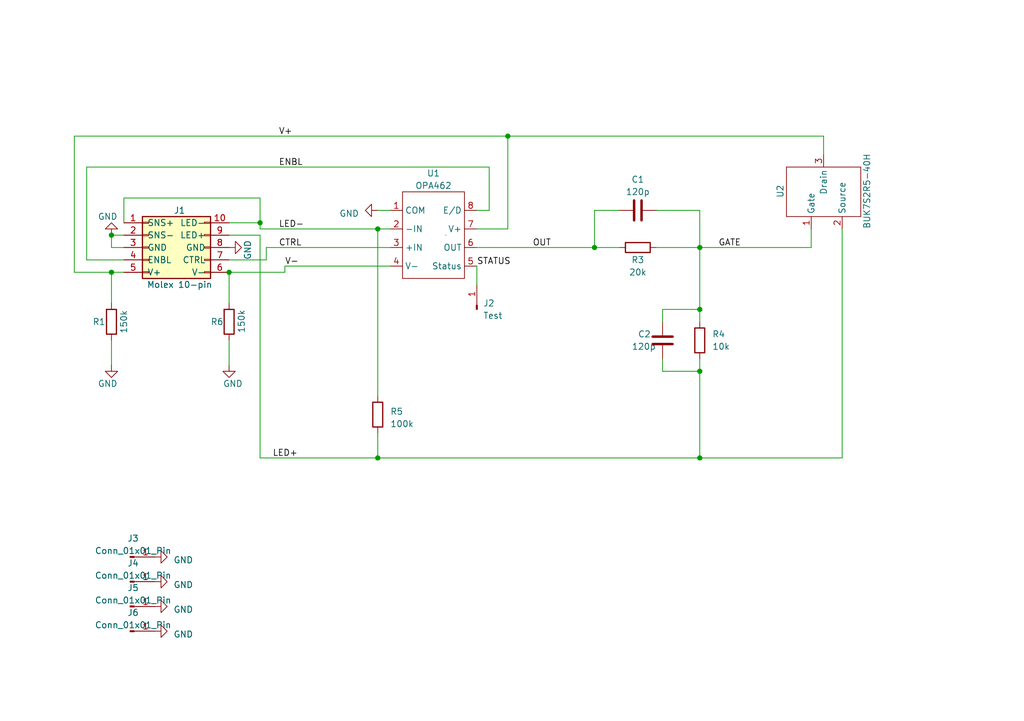
<source format=kicad_sch>
(kicad_sch (version 20230121) (generator eeschema)

  (uuid d8603679-3e7b-4337-8dbc-1827f5f54d8a)

  (paper "A5")

  (title_block
    (title "LED driver")
    (date "2023-02-01")
    (rev "v2a")
    (company "SBC / Northwestern University")
    (comment 3 "Modified by: Zhiheng Sheng")
    (comment 4 "Author: Shilin Ray")
  )

  (lib_symbols
    (symbol "Connector:Conn_01x01_Pin" (pin_names (offset 1.016) hide) (in_bom yes) (on_board yes)
      (property "Reference" "J" (at 0 2.54 0)
        (effects (font (size 1.27 1.27)))
      )
      (property "Value" "Conn_01x01_Pin" (at 0 -2.54 0)
        (effects (font (size 1.27 1.27)))
      )
      (property "Footprint" "" (at 0 0 0)
        (effects (font (size 1.27 1.27)) hide)
      )
      (property "Datasheet" "~" (at 0 0 0)
        (effects (font (size 1.27 1.27)) hide)
      )
      (property "ki_locked" "" (at 0 0 0)
        (effects (font (size 1.27 1.27)))
      )
      (property "ki_keywords" "connector" (at 0 0 0)
        (effects (font (size 1.27 1.27)) hide)
      )
      (property "ki_description" "Generic connector, single row, 01x01, script generated" (at 0 0 0)
        (effects (font (size 1.27 1.27)) hide)
      )
      (property "ki_fp_filters" "Connector*:*_1x??_*" (at 0 0 0)
        (effects (font (size 1.27 1.27)) hide)
      )
      (symbol "Conn_01x01_Pin_1_1"
        (polyline
          (pts
            (xy 1.27 0)
            (xy 0.8636 0)
          )
          (stroke (width 0.1524) (type default))
          (fill (type none))
        )
        (rectangle (start 0.8636 0.127) (end 0 -0.127)
          (stroke (width 0.1524) (type default))
          (fill (type outline))
        )
        (pin passive line (at 5.08 0 180) (length 3.81)
          (name "Pin_1" (effects (font (size 1.27 1.27))))
          (number "1" (effects (font (size 1.27 1.27))))
        )
      )
    )
    (symbol "Device:C" (pin_numbers hide) (pin_names (offset 0.254)) (in_bom yes) (on_board yes)
      (property "Reference" "C" (at 0.635 2.54 0)
        (effects (font (size 1.27 1.27)) (justify left))
      )
      (property "Value" "C" (at 0.635 -2.54 0)
        (effects (font (size 1.27 1.27)) (justify left))
      )
      (property "Footprint" "" (at 0.9652 -3.81 0)
        (effects (font (size 1.27 1.27)) hide)
      )
      (property "Datasheet" "~" (at 0 0 0)
        (effects (font (size 1.27 1.27)) hide)
      )
      (property "ki_keywords" "cap capacitor" (at 0 0 0)
        (effects (font (size 1.27 1.27)) hide)
      )
      (property "ki_description" "Unpolarized capacitor" (at 0 0 0)
        (effects (font (size 1.27 1.27)) hide)
      )
      (property "ki_fp_filters" "C_*" (at 0 0 0)
        (effects (font (size 1.27 1.27)) hide)
      )
      (symbol "C_0_1"
        (polyline
          (pts
            (xy -2.032 -0.762)
            (xy 2.032 -0.762)
          )
          (stroke (width 0.508) (type default))
          (fill (type none))
        )
        (polyline
          (pts
            (xy -2.032 0.762)
            (xy 2.032 0.762)
          )
          (stroke (width 0.508) (type default))
          (fill (type none))
        )
      )
      (symbol "C_1_1"
        (pin passive line (at 0 3.81 270) (length 2.794)
          (name "~" (effects (font (size 1.27 1.27))))
          (number "1" (effects (font (size 1.27 1.27))))
        )
        (pin passive line (at 0 -3.81 90) (length 2.794)
          (name "~" (effects (font (size 1.27 1.27))))
          (number "2" (effects (font (size 1.27 1.27))))
        )
      )
    )
    (symbol "Device:R" (pin_numbers hide) (pin_names (offset 0)) (in_bom yes) (on_board yes)
      (property "Reference" "R" (at 2.032 0 90)
        (effects (font (size 1.27 1.27)))
      )
      (property "Value" "R" (at 0 0 90)
        (effects (font (size 1.27 1.27)))
      )
      (property "Footprint" "" (at -1.778 0 90)
        (effects (font (size 1.27 1.27)) hide)
      )
      (property "Datasheet" "~" (at 0 0 0)
        (effects (font (size 1.27 1.27)) hide)
      )
      (property "ki_keywords" "R res resistor" (at 0 0 0)
        (effects (font (size 1.27 1.27)) hide)
      )
      (property "ki_description" "Resistor" (at 0 0 0)
        (effects (font (size 1.27 1.27)) hide)
      )
      (property "ki_fp_filters" "R_*" (at 0 0 0)
        (effects (font (size 1.27 1.27)) hide)
      )
      (symbol "R_0_1"
        (rectangle (start -1.016 -2.54) (end 1.016 2.54)
          (stroke (width 0.254) (type default))
          (fill (type none))
        )
      )
      (symbol "R_1_1"
        (pin passive line (at 0 3.81 270) (length 1.27)
          (name "~" (effects (font (size 1.27 1.27))))
          (number "1" (effects (font (size 1.27 1.27))))
        )
        (pin passive line (at 0 -3.81 90) (length 1.27)
          (name "~" (effects (font (size 1.27 1.27))))
          (number "2" (effects (font (size 1.27 1.27))))
        )
      )
    )
    (symbol "GND_1" (power) (pin_names (offset 0)) (in_bom yes) (on_board yes)
      (property "Reference" "#PWR" (at 0 -6.35 0)
        (effects (font (size 1.27 1.27)) hide)
      )
      (property "Value" "GND_1" (at 0 -3.81 0)
        (effects (font (size 1.27 1.27)))
      )
      (property "Footprint" "" (at 0 0 0)
        (effects (font (size 1.27 1.27)) hide)
      )
      (property "Datasheet" "" (at 0 0 0)
        (effects (font (size 1.27 1.27)) hide)
      )
      (property "ki_keywords" "global power" (at 0 0 0)
        (effects (font (size 1.27 1.27)) hide)
      )
      (property "ki_description" "Power symbol creates a global label with name \"GND\" , ground" (at 0 0 0)
        (effects (font (size 1.27 1.27)) hide)
      )
      (symbol "GND_1_0_1"
        (polyline
          (pts
            (xy 0 0)
            (xy 0 -1.27)
            (xy 1.27 -1.27)
            (xy 0 -2.54)
            (xy -1.27 -1.27)
            (xy 0 -1.27)
          )
          (stroke (width 0) (type default))
          (fill (type none))
        )
      )
      (symbol "GND_1_1_1"
        (pin power_in line (at 0 0 270) (length 0) hide
          (name "GND" (effects (font (size 1.27 1.27))))
          (number "1" (effects (font (size 1.27 1.27))))
        )
      )
    )
    (symbol "GND_2" (power) (pin_names (offset 0)) (in_bom yes) (on_board yes)
      (property "Reference" "#PWR" (at 0 -6.35 0)
        (effects (font (size 1.27 1.27)) hide)
      )
      (property "Value" "GND_2" (at 0 -3.81 0)
        (effects (font (size 1.27 1.27)))
      )
      (property "Footprint" "" (at 0 0 0)
        (effects (font (size 1.27 1.27)) hide)
      )
      (property "Datasheet" "" (at 0 0 0)
        (effects (font (size 1.27 1.27)) hide)
      )
      (property "ki_keywords" "global power" (at 0 0 0)
        (effects (font (size 1.27 1.27)) hide)
      )
      (property "ki_description" "Power symbol creates a global label with name \"GND\" , ground" (at 0 0 0)
        (effects (font (size 1.27 1.27)) hide)
      )
      (symbol "GND_2_0_1"
        (polyline
          (pts
            (xy 0 0)
            (xy 0 -1.27)
            (xy 1.27 -1.27)
            (xy 0 -2.54)
            (xy -1.27 -1.27)
            (xy 0 -1.27)
          )
          (stroke (width 0) (type default))
          (fill (type none))
        )
      )
      (symbol "GND_2_1_1"
        (pin power_in line (at 0 0 270) (length 0) hide
          (name "GND" (effects (font (size 1.27 1.27))))
          (number "1" (effects (font (size 1.27 1.27))))
        )
      )
    )
    (symbol "GND_3" (power) (pin_names (offset 0)) (in_bom yes) (on_board yes)
      (property "Reference" "#PWR" (at 0 -6.35 0)
        (effects (font (size 1.27 1.27)) hide)
      )
      (property "Value" "GND_3" (at 0 -3.81 0)
        (effects (font (size 1.27 1.27)))
      )
      (property "Footprint" "" (at 0 0 0)
        (effects (font (size 1.27 1.27)) hide)
      )
      (property "Datasheet" "" (at 0 0 0)
        (effects (font (size 1.27 1.27)) hide)
      )
      (property "ki_keywords" "global power" (at 0 0 0)
        (effects (font (size 1.27 1.27)) hide)
      )
      (property "ki_description" "Power symbol creates a global label with name \"GND\" , ground" (at 0 0 0)
        (effects (font (size 1.27 1.27)) hide)
      )
      (symbol "GND_3_0_1"
        (polyline
          (pts
            (xy 0 0)
            (xy 0 -1.27)
            (xy 1.27 -1.27)
            (xy 0 -2.54)
            (xy -1.27 -1.27)
            (xy 0 -1.27)
          )
          (stroke (width 0) (type default))
          (fill (type none))
        )
      )
      (symbol "GND_3_1_1"
        (pin power_in line (at 0 0 270) (length 0) hide
          (name "GND" (effects (font (size 1.27 1.27))))
          (number "1" (effects (font (size 1.27 1.27))))
        )
      )
    )
    (symbol "led_driver:BUK7S2R5-40H" (in_bom yes) (on_board yes)
      (property "Reference" "U2" (at -8.89 -16.51 90)
        (effects (font (size 1.27 1.27)) (justify left))
      )
      (property "Value" "BUK7S2R5-40H" (at 8.89 -22.86 90)
        (effects (font (size 1.27 1.27)) (justify left))
      )
      (property "Footprint" "Shilin's Footprints:BUK7S2R5-40H_footprint" (at 0 0 0)
        (effects (font (size 1.27 1.27)) hide)
      )
      (property "Datasheet" "" (at 0 0 0)
        (effects (font (size 1.27 1.27)) hide)
      )
      (symbol "BUK7S2R5-40H_0_1"
        (rectangle (start 7.62 -20.32) (end -7.62 -10.16)
          (stroke (width 0) (type default))
          (fill (type none))
        )
        (rectangle (start 7.62 -15.24) (end 7.62 -15.24)
          (stroke (width 0) (type default))
          (fill (type none))
        )
      )
      (symbol "BUK7S2R5-40H_1_1"
        (pin input line (at -2.54 -22.86 90) (length 2.54)
          (name "Gate" (effects (font (size 1.27 1.27))))
          (number "1" (effects (font (size 1.27 1.27))))
        )
        (pin input line (at 3.81 -22.86 90) (length 2.54)
          (name "Source" (effects (font (size 1.27 1.27))))
          (number "2" (effects (font (size 1.27 1.27))))
        )
        (pin input line (at 0 -7.62 270) (length 2.54)
          (name "Drain" (effects (font (size 1.27 1.27))))
          (number "3" (effects (font (size 1.27 1.27))))
        )
      )
    )
    (symbol "led_driver:Molex_10-pin" (pin_names (offset 1.016)) (in_bom yes) (on_board yes)
      (property "Reference" "J1" (at 6.35 7.62 0)
        (effects (font (size 1.27 1.27)))
      )
      (property "Value" "Molex 10-pin" (at 6.35 -7.62 0)
        (effects (font (size 1.27 1.27)))
      )
      (property "Footprint" "Connector_PinHeader_2.54mm:PinHeader_2x05_P2.54mm_Vertical" (at 2.54 12.7 0)
        (effects (font (size 1.27 1.27)) hide)
      )
      (property "Datasheet" "~" (at 10.16 10.16 0)
        (effects (font (size 1.27 1.27)) hide)
      )
      (property "ki_keywords" "connector" (at 0 0 0)
        (effects (font (size 1.27 1.27)) hide)
      )
      (property "ki_description" "Generic connector, double row, 02x05, counter clockwise pin numbering scheme (similar to DIP package numbering), script generated (kicad-library-utils/schlib/autogen/connector/)" (at 0 0 0)
        (effects (font (size 1.27 1.27)) hide)
      )
      (property "ki_fp_filters" "Connector*:*_2x??_*" (at 0 0 0)
        (effects (font (size 1.27 1.27)) hide)
      )
      (symbol "Molex_10-pin_1_1"
        (rectangle (start -1.27 -4.953) (end 0 -5.207)
          (stroke (width 0.1524) (type default))
          (fill (type none))
        )
        (rectangle (start -1.27 -2.413) (end 0 -2.667)
          (stroke (width 0.1524) (type default))
          (fill (type none))
        )
        (rectangle (start -1.27 0.127) (end 0 -0.127)
          (stroke (width 0.1524) (type default))
          (fill (type none))
        )
        (rectangle (start -1.27 2.667) (end 0 2.413)
          (stroke (width 0.1524) (type default))
          (fill (type none))
        )
        (rectangle (start -1.27 5.207) (end 0 4.953)
          (stroke (width 0.1524) (type default))
          (fill (type none))
        )
        (rectangle (start -1.27 6.35) (end 12.7 -6.35)
          (stroke (width 0.254) (type default))
          (fill (type background))
        )
        (rectangle (start 11.43 5.207) (end 12.7 4.953)
          (stroke (width 0.1524) (type default))
          (fill (type none))
        )
        (rectangle (start 12.7 -4.953) (end 11.43 -5.207)
          (stroke (width 0.1524) (type default))
          (fill (type none))
        )
        (rectangle (start 12.7 -2.413) (end 11.43 -2.667)
          (stroke (width 0.1524) (type default))
          (fill (type none))
        )
        (rectangle (start 12.7 0.127) (end 11.43 -0.127)
          (stroke (width 0.1524) (type default))
          (fill (type none))
        )
        (rectangle (start 12.7 2.667) (end 11.43 2.413)
          (stroke (width 0.1524) (type default))
          (fill (type none))
        )
        (pin passive line (at -5.08 5.08 0) (length 3.81)
          (name "SNS+" (effects (font (size 1.27 1.27))))
          (number "1" (effects (font (size 1.27 1.27))))
        )
        (pin passive line (at 16.51 5.08 180) (length 3.81)
          (name "LED-" (effects (font (size 1.27 1.27))))
          (number "10" (effects (font (size 1.27 1.27))))
        )
        (pin passive line (at -5.08 2.54 0) (length 3.81)
          (name "SNS-" (effects (font (size 1.27 1.27))))
          (number "2" (effects (font (size 1.27 1.27))))
        )
        (pin passive line (at -5.08 0 0) (length 3.81)
          (name "GND" (effects (font (size 1.27 1.27))))
          (number "3" (effects (font (size 1.27 1.27))))
        )
        (pin passive line (at -5.08 -2.54 0) (length 3.81)
          (name "ENBL" (effects (font (size 1.27 1.27))))
          (number "4" (effects (font (size 1.27 1.27))))
        )
        (pin passive line (at -5.08 -5.08 0) (length 3.81)
          (name "V+" (effects (font (size 1.27 1.27))))
          (number "5" (effects (font (size 1.27 1.27))))
        )
        (pin passive line (at 16.51 -5.08 180) (length 3.81)
          (name "V-" (effects (font (size 1.27 1.27))))
          (number "6" (effects (font (size 1.27 1.27))))
        )
        (pin passive line (at 16.51 -2.54 180) (length 3.81)
          (name "CTRL" (effects (font (size 1.27 1.27))))
          (number "7" (effects (font (size 1.27 1.27))))
        )
        (pin passive line (at 16.51 0 180) (length 3.81)
          (name "GND" (effects (font (size 1.27 1.27))))
          (number "8" (effects (font (size 1.27 1.27))))
        )
        (pin passive line (at 16.51 2.54 180) (length 3.81)
          (name "LED+" (effects (font (size 1.27 1.27))))
          (number "9" (effects (font (size 1.27 1.27))))
        )
      )
    )
    (symbol "led_driver:OPA462" (in_bom yes) (on_board yes)
      (property "Reference" "U1" (at -1.27 10.16 0)
        (effects (font (size 1.27 1.27)) (justify left))
      )
      (property "Value" "OPA462" (at -3.81 -10.16 0)
        (effects (font (size 1.27 1.27)) (justify left))
      )
      (property "Footprint" "Package_DIP:DIP-8_W7.62mm" (at -1.27 11.43 0)
        (effects (font (size 1.27 1.27)) hide)
      )
      (property "Datasheet" "" (at -1.27 11.43 0)
        (effects (font (size 1.27 1.27)) hide)
      )
      (symbol "OPA462_0_1"
        (rectangle (start -6.35 8.89) (end 6.35 -8.89)
          (stroke (width 0) (type default))
          (fill (type none))
        )
        (rectangle (start 2.54 0) (end 2.54 0)
          (stroke (width 0) (type default))
          (fill (type none))
        )
      )
      (symbol "OPA462_1_1"
        (pin input line (at -8.89 5.08 0) (length 2.54)
          (name "COM" (effects (font (size 1.27 1.27))))
          (number "1" (effects (font (size 1.27 1.27))))
        )
        (pin input line (at -8.89 1.27 0) (length 2.54)
          (name "-IN" (effects (font (size 1.27 1.27))))
          (number "2" (effects (font (size 1.27 1.27))))
        )
        (pin input line (at -8.89 -2.54 0) (length 2.54)
          (name "+IN" (effects (font (size 1.27 1.27))))
          (number "3" (effects (font (size 1.27 1.27))))
        )
        (pin input line (at -8.89 -6.35 0) (length 2.54)
          (name "V-" (effects (font (size 1.27 1.27))))
          (number "4" (effects (font (size 1.27 1.27))))
        )
        (pin output line (at 8.89 -6.35 180) (length 2.54)
          (name "Status" (effects (font (size 1.27 1.27))))
          (number "5" (effects (font (size 1.27 1.27))))
        )
        (pin output line (at 8.89 -2.54 180) (length 2.54)
          (name "OUT" (effects (font (size 1.27 1.27))))
          (number "6" (effects (font (size 1.27 1.27))))
        )
        (pin input line (at 8.89 1.27 180) (length 2.54)
          (name "V+" (effects (font (size 1.27 1.27))))
          (number "7" (effects (font (size 1.27 1.27))))
        )
        (pin input line (at 8.89 5.08 180) (length 2.54)
          (name "E/D" (effects (font (size 1.27 1.27))))
          (number "8" (effects (font (size 1.27 1.27))))
        )
      )
    )
    (symbol "power:GND" (power) (pin_names (offset 0)) (in_bom yes) (on_board yes)
      (property "Reference" "#PWR" (at 0 -6.35 0)
        (effects (font (size 1.27 1.27)) hide)
      )
      (property "Value" "GND" (at 0 -3.81 0)
        (effects (font (size 1.27 1.27)))
      )
      (property "Footprint" "" (at 0 0 0)
        (effects (font (size 1.27 1.27)) hide)
      )
      (property "Datasheet" "" (at 0 0 0)
        (effects (font (size 1.27 1.27)) hide)
      )
      (property "ki_keywords" "power-flag" (at 0 0 0)
        (effects (font (size 1.27 1.27)) hide)
      )
      (property "ki_description" "Power symbol creates a global label with name \"GND\" , ground" (at 0 0 0)
        (effects (font (size 1.27 1.27)) hide)
      )
      (symbol "GND_0_1"
        (polyline
          (pts
            (xy 0 0)
            (xy 0 -1.27)
            (xy 1.27 -1.27)
            (xy 0 -2.54)
            (xy -1.27 -1.27)
            (xy 0 -1.27)
          )
          (stroke (width 0) (type default))
          (fill (type none))
        )
      )
      (symbol "GND_1_1"
        (pin power_in line (at 0 0 270) (length 0) hide
          (name "GND" (effects (font (size 1.27 1.27))))
          (number "1" (effects (font (size 1.27 1.27))))
        )
      )
    )
  )

  (junction (at 77.47 93.98) (diameter 0) (color 0 0 0 0)
    (uuid 003cc447-1c1d-406e-a962-936b3b8c0710)
  )
  (junction (at 143.51 63.5) (diameter 0) (color 0 0 0 0)
    (uuid 04c02153-1d96-4313-a3d0-76a27ba42d0b)
  )
  (junction (at 104.14 27.94) (diameter 0) (color 0 0 0 0)
    (uuid 0eab2ac8-8a01-48f2-b444-46045b54eb1f)
  )
  (junction (at 53.34 45.72) (diameter 0) (color 0 0 0 0)
    (uuid 14e984f5-6464-4cf3-839c-db73bb4b4f5b)
  )
  (junction (at 121.92 50.8) (diameter 0) (color 0 0 0 0)
    (uuid 27adf215-7e27-42c6-ae6e-f75fc00af2cc)
  )
  (junction (at 46.99 55.88) (diameter 0) (color 0 0 0 0)
    (uuid 2e17413f-5cc8-4446-bbfd-1453d367f167)
  )
  (junction (at 22.86 48.26) (diameter 0) (color 0 0 0 0)
    (uuid 2f32950e-d965-4343-a466-fa6c1c90c5eb)
  )
  (junction (at 143.51 76.2) (diameter 0) (color 0 0 0 0)
    (uuid 4aac2fa0-7a30-4abd-a696-ab4ad4f29a5d)
  )
  (junction (at 143.51 50.8) (diameter 0) (color 0 0 0 0)
    (uuid 8d7d2373-60ba-4d90-a1f1-dde72fa16a6d)
  )
  (junction (at 143.51 93.98) (diameter 0) (color 0 0 0 0)
    (uuid 8f1772a3-94ce-4335-a71d-3aefa5dc3ab1)
  )
  (junction (at 77.47 46.99) (diameter 0) (color 0 0 0 0)
    (uuid 9d7995a2-557e-4a89-aba6-71638101ceb9)
  )
  (junction (at 22.86 55.88) (diameter 0) (color 0 0 0 0)
    (uuid c3f5ae0b-30cd-4460-9cf9-8eec08588a39)
  )

  (wire (pts (xy 22.86 48.26) (xy 22.86 50.8))
    (stroke (width 0) (type default))
    (uuid 0110f4a6-14f3-40bc-8ea6-507f8f638664)
  )
  (wire (pts (xy 134.62 50.8) (xy 143.51 50.8))
    (stroke (width 0) (type default))
    (uuid 0aa65edb-4f0d-4bf0-91d5-f4aa1686a9e1)
  )
  (wire (pts (xy 143.51 63.5) (xy 143.51 66.04))
    (stroke (width 0) (type default))
    (uuid 0aca6133-97e1-45cf-b989-dda6059d67a3)
  )
  (wire (pts (xy 104.14 27.94) (xy 168.91 27.94))
    (stroke (width 0) (type default))
    (uuid 0b689b65-c391-4a27-98c1-80c586565439)
  )
  (wire (pts (xy 104.14 46.99) (xy 97.79 46.99))
    (stroke (width 0) (type default))
    (uuid 0d7577cc-1a80-4ac4-90b7-bf76e3aa4ffe)
  )
  (wire (pts (xy 77.47 46.99) (xy 80.01 46.99))
    (stroke (width 0) (type default))
    (uuid 0f2ca3fd-9c5a-48a1-8f27-6bea857e4274)
  )
  (wire (pts (xy 168.91 27.94) (xy 168.91 31.75))
    (stroke (width 0) (type default))
    (uuid 12f0470f-920e-4f9d-8c70-e2480362ab3c)
  )
  (wire (pts (xy 22.86 69.85) (xy 22.86 74.93))
    (stroke (width 0) (type default))
    (uuid 12fc4ffa-4118-4602-94f8-0d92b76676d8)
  )
  (wire (pts (xy 25.4 48.26) (xy 22.86 48.26))
    (stroke (width 0) (type default))
    (uuid 130153f4-fea5-4025-b31d-59e0cf7ed734)
  )
  (wire (pts (xy 53.34 40.64) (xy 53.34 45.72))
    (stroke (width 0) (type default))
    (uuid 13096a88-9d6a-4200-94a7-0d419407fe1f)
  )
  (wire (pts (xy 22.86 50.8) (xy 25.4 50.8))
    (stroke (width 0) (type default))
    (uuid 196869a8-07ea-4f79-8db7-f3b9aed2d25c)
  )
  (wire (pts (xy 127 43.18) (xy 121.92 43.18))
    (stroke (width 0) (type default))
    (uuid 1af6b51b-8966-4e4f-ae30-a59f28db114d)
  )
  (wire (pts (xy 143.51 93.98) (xy 172.72 93.98))
    (stroke (width 0) (type default))
    (uuid 1b80234e-5b90-4dab-af78-7ab1e6054ece)
  )
  (wire (pts (xy 135.89 73.66) (xy 135.89 76.2))
    (stroke (width 0) (type default))
    (uuid 1eb0d859-43d8-40ab-8b57-d3132c69ed38)
  )
  (wire (pts (xy 143.51 50.8) (xy 166.37 50.8))
    (stroke (width 0) (type default))
    (uuid 22d0d422-9e14-4280-b4de-56a40b7ad139)
  )
  (wire (pts (xy 135.89 76.2) (xy 143.51 76.2))
    (stroke (width 0) (type default))
    (uuid 27876484-bf65-4353-9cfc-5152b474cf15)
  )
  (wire (pts (xy 25.4 53.34) (xy 17.78 53.34))
    (stroke (width 0) (type default))
    (uuid 286390ba-c31e-41d0-a603-36fae7815b6b)
  )
  (wire (pts (xy 53.34 93.98) (xy 77.47 93.98))
    (stroke (width 0) (type default))
    (uuid 2b644c47-ca9b-494d-abda-c459f1dbfb53)
  )
  (wire (pts (xy 53.34 45.72) (xy 53.34 46.99))
    (stroke (width 0) (type default))
    (uuid 2bd9f86a-b625-4fc5-b4aa-ad1a38ebd6e5)
  )
  (wire (pts (xy 53.34 48.26) (xy 53.34 93.98))
    (stroke (width 0) (type default))
    (uuid 3752d535-d32a-4a84-8176-d43993c0840b)
  )
  (wire (pts (xy 121.92 50.8) (xy 127 50.8))
    (stroke (width 0) (type default))
    (uuid 376a30cd-cc02-4141-baf5-e4e6272848a6)
  )
  (wire (pts (xy 54.61 50.8) (xy 80.01 50.8))
    (stroke (width 0) (type default))
    (uuid 37e2715a-c44c-45a9-a727-877663f0b43f)
  )
  (wire (pts (xy 46.99 45.72) (xy 53.34 45.72))
    (stroke (width 0) (type default))
    (uuid 38753af3-e2c7-4ca1-9961-16f09c746312)
  )
  (wire (pts (xy 77.47 46.99) (xy 77.47 81.28))
    (stroke (width 0) (type default))
    (uuid 3a5a3365-a14b-445e-9b33-12ee6181dd73)
  )
  (wire (pts (xy 25.4 45.72) (xy 25.4 40.64))
    (stroke (width 0) (type default))
    (uuid 46425ae6-4e6a-483d-a4b7-80ba5167b0a1)
  )
  (wire (pts (xy 46.99 69.85) (xy 46.99 74.93))
    (stroke (width 0) (type default))
    (uuid 579bfd9a-6e11-4fc5-afa7-6ca4ca261a9e)
  )
  (wire (pts (xy 46.99 48.26) (xy 53.34 48.26))
    (stroke (width 0) (type default))
    (uuid 5a7060ec-502a-4981-a4fd-94f855c57655)
  )
  (wire (pts (xy 134.62 43.18) (xy 143.51 43.18))
    (stroke (width 0) (type default))
    (uuid 5be074da-eed1-4920-a00c-4840888cb75b)
  )
  (wire (pts (xy 77.47 88.9) (xy 77.47 93.98))
    (stroke (width 0) (type default))
    (uuid 5d8be295-186b-40cc-8c88-af3c67500bb7)
  )
  (wire (pts (xy 166.37 46.99) (xy 166.37 50.8))
    (stroke (width 0) (type default))
    (uuid 6c82b1bf-5384-4944-9f15-f6861d96a550)
  )
  (wire (pts (xy 77.47 93.98) (xy 143.51 93.98))
    (stroke (width 0) (type default))
    (uuid 73539de0-be64-4b16-887f-e96e8b3bac31)
  )
  (wire (pts (xy 53.34 46.99) (xy 77.47 46.99))
    (stroke (width 0) (type default))
    (uuid 7424f5ec-38ab-4c3b-8a67-e66fd863a30d)
  )
  (wire (pts (xy 58.42 54.61) (xy 80.01 54.61))
    (stroke (width 0) (type default))
    (uuid 787af614-0a38-4af0-ae3e-b34e60c5d19b)
  )
  (wire (pts (xy 15.24 27.94) (xy 104.14 27.94))
    (stroke (width 0) (type default))
    (uuid 7f57b5eb-42cd-4330-ace1-1eca620ab688)
  )
  (wire (pts (xy 143.51 73.66) (xy 143.51 76.2))
    (stroke (width 0) (type default))
    (uuid 81cfc3ea-f2de-4889-9d21-9b062efe8ee6)
  )
  (wire (pts (xy 15.24 55.88) (xy 22.86 55.88))
    (stroke (width 0) (type default))
    (uuid 82d1c675-991b-4033-a0d2-f07cda536a2b)
  )
  (wire (pts (xy 97.79 54.61) (xy 97.79 58.42))
    (stroke (width 0) (type default))
    (uuid 835e010f-a3d1-4423-9e13-1ee78e94b455)
  )
  (wire (pts (xy 121.92 43.18) (xy 121.92 50.8))
    (stroke (width 0) (type default))
    (uuid 848d3a1b-a842-4aff-9e4f-dace7ad296b5)
  )
  (wire (pts (xy 135.89 63.5) (xy 143.51 63.5))
    (stroke (width 0) (type default))
    (uuid 88fc97ef-9f27-4756-ad3c-009a54206992)
  )
  (wire (pts (xy 54.61 53.34) (xy 54.61 50.8))
    (stroke (width 0) (type default))
    (uuid 91d0768f-167a-48a1-b577-c674ce8d45b1)
  )
  (wire (pts (xy 97.79 50.8) (xy 121.92 50.8))
    (stroke (width 0) (type default))
    (uuid 944d32a2-6efe-4b52-bb0c-b0a741677e8a)
  )
  (wire (pts (xy 97.79 43.18) (xy 100.33 43.18))
    (stroke (width 0) (type default))
    (uuid 9782c4a7-fbeb-488e-b1b3-f6b7b69a828e)
  )
  (wire (pts (xy 104.14 27.94) (xy 104.14 46.99))
    (stroke (width 0) (type default))
    (uuid 9f9b41e8-49c3-4183-b9b4-22986cb6c969)
  )
  (wire (pts (xy 17.78 34.29) (xy 100.33 34.29))
    (stroke (width 0) (type default))
    (uuid adf9b72a-28ea-4973-bacb-0d390ba47c03)
  )
  (wire (pts (xy 46.99 53.34) (xy 54.61 53.34))
    (stroke (width 0) (type default))
    (uuid b52c23be-08c5-4905-bc4f-9ad49db77aff)
  )
  (wire (pts (xy 46.99 55.88) (xy 46.99 62.23))
    (stroke (width 0) (type default))
    (uuid b6b34c7d-fbd7-4e9c-a6a9-bedd4ef4dd24)
  )
  (wire (pts (xy 77.47 43.18) (xy 80.01 43.18))
    (stroke (width 0) (type default))
    (uuid bbb61bd7-5803-4404-8df1-7fc3edd7fbad)
  )
  (wire (pts (xy 100.33 43.18) (xy 100.33 34.29))
    (stroke (width 0) (type default))
    (uuid bc165b92-b5a7-483a-a85a-0a5814dc4b4b)
  )
  (wire (pts (xy 143.51 50.8) (xy 143.51 63.5))
    (stroke (width 0) (type default))
    (uuid bc5371fa-eaa8-4f22-b58a-411fbab27af2)
  )
  (wire (pts (xy 46.99 55.88) (xy 58.42 55.88))
    (stroke (width 0) (type default))
    (uuid be0b1285-a809-4d51-b3a4-5611cf952618)
  )
  (wire (pts (xy 172.72 46.99) (xy 172.72 93.98))
    (stroke (width 0) (type default))
    (uuid c0ae34f2-58a4-4cb8-be09-8fbf45f365a8)
  )
  (wire (pts (xy 143.51 43.18) (xy 143.51 50.8))
    (stroke (width 0) (type default))
    (uuid d06a2737-cb82-4c5a-ae93-3c78ccef151e)
  )
  (wire (pts (xy 22.86 55.88) (xy 22.86 62.23))
    (stroke (width 0) (type default))
    (uuid dd8e2a40-34ae-4ad2-9d6c-f4f8c06443ce)
  )
  (wire (pts (xy 22.86 55.88) (xy 25.4 55.88))
    (stroke (width 0) (type default))
    (uuid e3a6a29a-86c4-4b91-be87-2cd7d75d28eb)
  )
  (wire (pts (xy 143.51 76.2) (xy 143.51 93.98))
    (stroke (width 0) (type default))
    (uuid e8aaf487-a843-420f-a5f4-dcba279d6031)
  )
  (wire (pts (xy 15.24 27.94) (xy 15.24 55.88))
    (stroke (width 0) (type default))
    (uuid ee26d6b7-f1b4-4038-b126-ac73e6121391)
  )
  (wire (pts (xy 25.4 40.64) (xy 53.34 40.64))
    (stroke (width 0) (type default))
    (uuid f2f79847-33d8-400c-b9b0-89db771f2411)
  )
  (wire (pts (xy 17.78 53.34) (xy 17.78 34.29))
    (stroke (width 0) (type default))
    (uuid faedd5a4-12dd-496c-a440-862970e11cb4)
  )
  (wire (pts (xy 58.42 55.88) (xy 58.42 54.61))
    (stroke (width 0) (type default))
    (uuid fc0eeb47-7185-4a24-a3c4-45c05258a477)
  )
  (wire (pts (xy 135.89 66.04) (xy 135.89 63.5))
    (stroke (width 0) (type default))
    (uuid fdccc731-d0df-4fcd-9099-34b42f6fe547)
  )

  (label "LED-" (at 57.15 46.99 0) (fields_autoplaced)
    (effects (font (size 1.27 1.27)) (justify left bottom))
    (uuid 31f25d40-832f-4622-85b3-3809363ef965)
  )
  (label "GATE" (at 147.32 50.8 0) (fields_autoplaced)
    (effects (font (size 1.27 1.27)) (justify left bottom))
    (uuid 32192030-4525-4dcd-a317-fcdca050b8a3)
  )
  (label "ENBL" (at 57.15 34.29 0) (fields_autoplaced)
    (effects (font (size 1.27 1.27)) (justify left bottom))
    (uuid 82e70889-6196-420d-9114-1262f770116f)
  )
  (label "V-" (at 58.42 54.61 0) (fields_autoplaced)
    (effects (font (size 1.27 1.27)) (justify left bottom))
    (uuid 89d21413-e822-4c9d-a65b-04bc90c75fbe)
  )
  (label "CTRL" (at 57.15 50.8 0) (fields_autoplaced)
    (effects (font (size 1.27 1.27)) (justify left bottom))
    (uuid 94433f10-8ba0-480d-bd33-bff96e1ea05f)
  )
  (label "STATUS" (at 97.79 54.61 0) (fields_autoplaced)
    (effects (font (size 1.27 1.27)) (justify left bottom))
    (uuid 98e12ed7-ed58-422e-8e9b-b88eddaba118)
  )
  (label "V+" (at 57.15 27.94 0) (fields_autoplaced)
    (effects (font (size 1.27 1.27)) (justify left bottom))
    (uuid d60ca66f-ae4a-4266-a679-3048dbc5e6cf)
  )
  (label "OUT" (at 109.22 50.8 0) (fields_autoplaced)
    (effects (font (size 1.27 1.27)) (justify left bottom))
    (uuid e6a176e6-c2d7-4f5f-895b-14c9255ed446)
  )
  (label "LED+" (at 55.88 93.98 0) (fields_autoplaced)
    (effects (font (size 1.27 1.27)) (justify left bottom))
    (uuid fdee1845-a8f0-4c8e-92d2-45d53295ad63)
  )

  (symbol (lib_id "Connector:Conn_01x01_Pin") (at 97.79 63.5 90) (unit 1)
    (in_bom yes) (on_board yes) (dnp no) (fields_autoplaced)
    (uuid 1aa19ec1-6f1d-462f-8acc-c9241f3c754f)
    (property "Reference" "J2" (at 99.06 62.23 90)
      (effects (font (size 1.27 1.27)) (justify right))
    )
    (property "Value" "Test" (at 99.06 64.77 90)
      (effects (font (size 1.27 1.27)) (justify right))
    )
    (property "Footprint" "TestPoint:TestPoint_Pad_2.0x2.0mm" (at 97.79 63.5 0)
      (effects (font (size 1.27 1.27)) hide)
    )
    (property "Datasheet" "~" (at 97.79 63.5 0)
      (effects (font (size 1.27 1.27)) hide)
    )
    (pin "1" (uuid ad0cf825-5caf-4d1c-bb51-9a5838d317a7))
    (instances
      (project "LED Driver"
        (path "/d8603679-3e7b-4337-8dbc-1827f5f54d8a"
          (reference "J2") (unit 1)
        )
      )
    )
  )

  (symbol (lib_id "Device:C") (at 130.81 43.18 90) (unit 1)
    (in_bom yes) (on_board yes) (dnp no)
    (uuid 1dd36f65-ed15-4abf-87ea-f25071a350d9)
    (property "Reference" "C1" (at 130.81 36.83 90)
      (effects (font (size 1.27 1.27)))
    )
    (property "Value" "120p" (at 130.81 39.37 90)
      (effects (font (size 1.27 1.27)))
    )
    (property "Footprint" "Capacitor_THT:C_Disc_D7.0mm_W2.5mm_P5.00mm" (at 134.62 42.2148 0)
      (effects (font (size 1.27 1.27)) hide)
    )
    (property "Datasheet" "~" (at 130.81 43.18 0)
      (effects (font (size 1.27 1.27)) hide)
    )
    (pin "1" (uuid 7c239421-0ca0-4d78-b32c-940aa174322b))
    (pin "2" (uuid 51691e97-82ef-4c43-9bc3-71a96fac5c28))
    (instances
      (project "LED Driver"
        (path "/d8603679-3e7b-4337-8dbc-1827f5f54d8a"
          (reference "C1") (unit 1)
        )
      )
    )
  )

  (symbol (lib_name "GND_1") (lib_id "power:GND") (at 46.99 50.8 90) (unit 1)
    (in_bom yes) (on_board yes) (dnp no)
    (uuid 2d58d739-20eb-4a57-aee3-916cffef3f17)
    (property "Reference" "#PWR04" (at 53.34 50.8 0)
      (effects (font (size 1.27 1.27)) hide)
    )
    (property "Value" "GND" (at 50.8 53.34 0)
      (effects (font (size 1.27 1.27)) (justify left))
    )
    (property "Footprint" "" (at 46.99 50.8 0)
      (effects (font (size 1.27 1.27)) hide)
    )
    (property "Datasheet" "" (at 46.99 50.8 0)
      (effects (font (size 1.27 1.27)) hide)
    )
    (pin "1" (uuid c5acf70e-4599-4c9b-8745-f6afddd52e28))
    (instances
      (project "LED Driver"
        (path "/d8603679-3e7b-4337-8dbc-1827f5f54d8a"
          (reference "#PWR04") (unit 1)
        )
      )
    )
  )

  (symbol (lib_id "Device:R") (at 143.51 69.85 180) (unit 1)
    (in_bom yes) (on_board yes) (dnp no) (fields_autoplaced)
    (uuid 3007e439-fb19-4bcd-a4f3-a7bf6c6c572a)
    (property "Reference" "R4" (at 146.05 68.5799 0)
      (effects (font (size 1.27 1.27)) (justify right))
    )
    (property "Value" "10k" (at 146.05 71.1199 0)
      (effects (font (size 1.27 1.27)) (justify right))
    )
    (property "Footprint" "Resistor_THT:R_Axial_DIN0207_L6.3mm_D2.5mm_P10.16mm_Horizontal" (at 145.288 69.85 90)
      (effects (font (size 1.27 1.27)) hide)
    )
    (property "Datasheet" "~" (at 143.51 69.85 0)
      (effects (font (size 1.27 1.27)) hide)
    )
    (pin "1" (uuid 096fd1b0-6cc0-4eae-b03f-33b0d6d653a4))
    (pin "2" (uuid 7bfcb944-b789-4f8b-aff5-66a1f25179af))
    (instances
      (project "LED Driver"
        (path "/d8603679-3e7b-4337-8dbc-1827f5f54d8a"
          (reference "R4") (unit 1)
        )
      )
    )
  )

  (symbol (lib_id "Device:C") (at 135.89 69.85 180) (unit 1)
    (in_bom yes) (on_board yes) (dnp no)
    (uuid 30b4d475-22f6-49e8-a395-6eaa9e98119b)
    (property "Reference" "C2" (at 130.81 68.58 0)
      (effects (font (size 1.27 1.27)) (justify right))
    )
    (property "Value" "120p" (at 129.54 71.12 0)
      (effects (font (size 1.27 1.27)) (justify right))
    )
    (property "Footprint" "Capacitor_THT:C_Disc_D7.0mm_W2.5mm_P5.00mm" (at 134.9248 66.04 0)
      (effects (font (size 1.27 1.27)) hide)
    )
    (property "Datasheet" "~" (at 135.89 69.85 0)
      (effects (font (size 1.27 1.27)) hide)
    )
    (pin "1" (uuid 061bad8b-4d04-484c-8c94-4dc2f35e21c8))
    (pin "2" (uuid 8340aee0-0b1e-43c7-8742-2b65859d6564))
    (instances
      (project "LED Driver"
        (path "/d8603679-3e7b-4337-8dbc-1827f5f54d8a"
          (reference "C2") (unit 1)
        )
      )
    )
  )

  (symbol (lib_name "GND_3") (lib_id "power:GND") (at 31.75 129.54 90) (unit 1)
    (in_bom yes) (on_board yes) (dnp no) (fields_autoplaced)
    (uuid 4389f36f-9af6-4b6e-8a2a-c0d4e1069035)
    (property "Reference" "#PWR09" (at 38.1 129.54 0)
      (effects (font (size 1.27 1.27)) hide)
    )
    (property "Value" "GND" (at 35.56 130.175 90)
      (effects (font (size 1.27 1.27)) (justify right))
    )
    (property "Footprint" "" (at 31.75 129.54 0)
      (effects (font (size 1.27 1.27)) hide)
    )
    (property "Datasheet" "" (at 31.75 129.54 0)
      (effects (font (size 1.27 1.27)) hide)
    )
    (pin "1" (uuid 1f272975-55ec-4774-bfe4-2748ffb8b84c))
    (instances
      (project "LED Driver"
        (path "/d8603679-3e7b-4337-8dbc-1827f5f54d8a"
          (reference "#PWR09") (unit 1)
        )
      )
    )
  )

  (symbol (lib_name "GND_3") (lib_id "power:GND") (at 31.75 124.46 90) (unit 1)
    (in_bom yes) (on_board yes) (dnp no) (fields_autoplaced)
    (uuid 49217f08-89a1-4c31-adab-7ec12f4b0ec7)
    (property "Reference" "#PWR08" (at 38.1 124.46 0)
      (effects (font (size 1.27 1.27)) hide)
    )
    (property "Value" "GND" (at 35.56 125.095 90)
      (effects (font (size 1.27 1.27)) (justify right))
    )
    (property "Footprint" "" (at 31.75 124.46 0)
      (effects (font (size 1.27 1.27)) hide)
    )
    (property "Datasheet" "" (at 31.75 124.46 0)
      (effects (font (size 1.27 1.27)) hide)
    )
    (pin "1" (uuid dddf05fb-0b09-4c04-b1bf-926218d48aed))
    (instances
      (project "LED Driver"
        (path "/d8603679-3e7b-4337-8dbc-1827f5f54d8a"
          (reference "#PWR08") (unit 1)
        )
      )
    )
  )

  (symbol (lib_id "Device:R") (at 22.86 66.04 180) (unit 1)
    (in_bom yes) (on_board yes) (dnp no)
    (uuid 4d3f7e9e-a1eb-435e-8968-8aca085e8edc)
    (property "Reference" "R1" (at 20.32 66.04 0)
      (effects (font (size 1.27 1.27)))
    )
    (property "Value" "150k" (at 25.4 66.04 90)
      (effects (font (size 1.27 1.27)))
    )
    (property "Footprint" "Resistor_THT:R_Axial_DIN0207_L6.3mm_D2.5mm_P10.16mm_Horizontal" (at 24.638 66.04 90)
      (effects (font (size 1.27 1.27)) hide)
    )
    (property "Datasheet" "~" (at 22.86 66.04 0)
      (effects (font (size 1.27 1.27)) hide)
    )
    (pin "1" (uuid 8e423461-ed6e-42a9-9133-24fd1a9213d9))
    (pin "2" (uuid 37b85a78-2b96-45f1-9436-17f2c308c9bc))
    (instances
      (project "LED Driver"
        (path "/d8603679-3e7b-4337-8dbc-1827f5f54d8a"
          (reference "R1") (unit 1)
        )
      )
    )
  )

  (symbol (lib_id "led_driver:OPA462") (at 88.9 48.26 0) (unit 1)
    (in_bom yes) (on_board yes) (dnp no) (fields_autoplaced)
    (uuid 507afc6e-83ee-4908-9fb5-2aeefd74d253)
    (property "Reference" "U1" (at 88.9 35.56 0)
      (effects (font (size 1.27 1.27)))
    )
    (property "Value" "OPA462" (at 88.9 38.1 0)
      (effects (font (size 1.27 1.27)))
    )
    (property "Footprint" "Package_DIP:DIP-8_W7.62mm" (at 87.63 36.83 0)
      (effects (font (size 1.27 1.27)) hide)
    )
    (property "Datasheet" "" (at 87.63 36.83 0)
      (effects (font (size 1.27 1.27)) hide)
    )
    (pin "1" (uuid 55b6e67a-8485-4023-89a7-91bb9cc228f4))
    (pin "2" (uuid dc467191-2fe7-4452-a8ee-df64effee24c))
    (pin "3" (uuid 423d822b-1b50-49df-b686-ee47b5e0e02d))
    (pin "4" (uuid 70a2b5d0-8386-4fa3-bc12-f3bcc285bc65))
    (pin "5" (uuid ace549d9-d0ee-4618-a37b-c5fe3f162ce3))
    (pin "6" (uuid 8e9d3dee-d604-4536-86dc-042263890f0d))
    (pin "7" (uuid f90a16d9-280f-4bfb-9fa5-ddc79a466076))
    (pin "8" (uuid d8fb28f2-20fe-4738-bc66-45cad4aaebab))
    (instances
      (project "LED Driver"
        (path "/d8603679-3e7b-4337-8dbc-1827f5f54d8a"
          (reference "U1") (unit 1)
        )
      )
    )
  )

  (symbol (lib_id "Connector:Conn_01x01_Pin") (at 26.67 114.3 0) (unit 1)
    (in_bom yes) (on_board yes) (dnp no) (fields_autoplaced)
    (uuid 5289b577-9f5e-4800-8824-ae5cbcbfab4a)
    (property "Reference" "J3" (at 27.305 110.49 0)
      (effects (font (size 1.27 1.27)))
    )
    (property "Value" "Conn_01x01_Pin" (at 27.305 113.03 0)
      (effects (font (size 1.27 1.27)))
    )
    (property "Footprint" "MountingHole:MountingHole_3.2mm_M3_DIN965_Pad" (at 26.67 114.3 0)
      (effects (font (size 1.27 1.27)) hide)
    )
    (property "Datasheet" "~" (at 26.67 114.3 0)
      (effects (font (size 1.27 1.27)) hide)
    )
    (pin "1" (uuid b9d60eb6-df6e-4b33-a851-0ab4b799f419))
    (instances
      (project "LED Driver"
        (path "/d8603679-3e7b-4337-8dbc-1827f5f54d8a"
          (reference "J3") (unit 1)
        )
      )
    )
  )

  (symbol (lib_id "Connector:Conn_01x01_Pin") (at 26.67 124.46 0) (unit 1)
    (in_bom yes) (on_board yes) (dnp no) (fields_autoplaced)
    (uuid 61626ee9-9dbb-4b9a-974a-181be50f4ea1)
    (property "Reference" "J5" (at 27.305 120.65 0)
      (effects (font (size 1.27 1.27)))
    )
    (property "Value" "Conn_01x01_Pin" (at 27.305 123.19 0)
      (effects (font (size 1.27 1.27)))
    )
    (property "Footprint" "MountingHole:MountingHole_3.2mm_M3_DIN965_Pad" (at 26.67 124.46 0)
      (effects (font (size 1.27 1.27)) hide)
    )
    (property "Datasheet" "~" (at 26.67 124.46 0)
      (effects (font (size 1.27 1.27)) hide)
    )
    (pin "1" (uuid 0a6df463-8d45-4efe-a485-4cdf2e3bc4dd))
    (instances
      (project "LED Driver"
        (path "/d8603679-3e7b-4337-8dbc-1827f5f54d8a"
          (reference "J5") (unit 1)
        )
      )
    )
  )

  (symbol (lib_name "GND_1") (lib_id "power:GND") (at 46.99 74.93 0) (unit 1)
    (in_bom yes) (on_board yes) (dnp no)
    (uuid 685ccf4d-8104-4055-855c-b9a4d67c240e)
    (property "Reference" "#PWR05" (at 46.99 81.28 0)
      (effects (font (size 1.27 1.27)) hide)
    )
    (property "Value" "GND" (at 45.72 78.74 0)
      (effects (font (size 1.27 1.27)) (justify left))
    )
    (property "Footprint" "" (at 46.99 74.93 0)
      (effects (font (size 1.27 1.27)) hide)
    )
    (property "Datasheet" "" (at 46.99 74.93 0)
      (effects (font (size 1.27 1.27)) hide)
    )
    (pin "1" (uuid f36f5f61-85eb-4376-934f-cb827392467a))
    (instances
      (project "LED Driver"
        (path "/d8603679-3e7b-4337-8dbc-1827f5f54d8a"
          (reference "#PWR05") (unit 1)
        )
      )
    )
  )

  (symbol (lib_id "Device:R") (at 130.81 50.8 270) (unit 1)
    (in_bom yes) (on_board yes) (dnp no)
    (uuid 7e8c3938-1b1b-4c04-84eb-754a690e05bb)
    (property "Reference" "R3" (at 130.81 53.34 90)
      (effects (font (size 1.27 1.27)))
    )
    (property "Value" "20k" (at 130.81 55.88 90)
      (effects (font (size 1.27 1.27)))
    )
    (property "Footprint" "Resistor_THT:R_Axial_DIN0207_L6.3mm_D2.5mm_P10.16mm_Horizontal" (at 130.81 49.022 90)
      (effects (font (size 1.27 1.27)) hide)
    )
    (property "Datasheet" "~" (at 130.81 50.8 0)
      (effects (font (size 1.27 1.27)) hide)
    )
    (pin "1" (uuid ca2c5000-1e51-420d-b423-fc02a5565bce))
    (pin "2" (uuid 6f2709e8-ee01-4f90-bdfe-0cf055de4b4f))
    (instances
      (project "LED Driver"
        (path "/d8603679-3e7b-4337-8dbc-1827f5f54d8a"
          (reference "R3") (unit 1)
        )
      )
    )
  )

  (symbol (lib_name "GND_3") (lib_id "power:GND") (at 31.75 114.3 90) (unit 1)
    (in_bom yes) (on_board yes) (dnp no) (fields_autoplaced)
    (uuid 8b259e67-376d-4ceb-bce2-808b67b42a19)
    (property "Reference" "#PWR06" (at 38.1 114.3 0)
      (effects (font (size 1.27 1.27)) hide)
    )
    (property "Value" "GND" (at 35.56 114.935 90)
      (effects (font (size 1.27 1.27)) (justify right))
    )
    (property "Footprint" "" (at 31.75 114.3 0)
      (effects (font (size 1.27 1.27)) hide)
    )
    (property "Datasheet" "" (at 31.75 114.3 0)
      (effects (font (size 1.27 1.27)) hide)
    )
    (pin "1" (uuid e7bbd8b6-ab7e-4e18-9d8c-bac63093ee99))
    (instances
      (project "LED Driver"
        (path "/d8603679-3e7b-4337-8dbc-1827f5f54d8a"
          (reference "#PWR06") (unit 1)
        )
      )
    )
  )

  (symbol (lib_id "Device:R") (at 46.99 66.04 0) (mirror y) (unit 1)
    (in_bom yes) (on_board yes) (dnp no)
    (uuid 92f759df-e7f5-4cd6-b760-c1a61545e330)
    (property "Reference" "R6" (at 43.18 66.04 0)
      (effects (font (size 1.27 1.27)) (justify right))
    )
    (property "Value" "150k" (at 49.53 63.5 90)
      (effects (font (size 1.27 1.27)) (justify right))
    )
    (property "Footprint" "Resistor_THT:R_Axial_DIN0207_L6.3mm_D2.5mm_P10.16mm_Horizontal" (at 48.768 66.04 90)
      (effects (font (size 1.27 1.27)) hide)
    )
    (property "Datasheet" "~" (at 46.99 66.04 0)
      (effects (font (size 1.27 1.27)) hide)
    )
    (pin "1" (uuid 2bbec90f-8feb-47ec-9815-fa8e648303bb))
    (pin "2" (uuid acf4f524-fc76-4512-89b7-475e5825ad70))
    (instances
      (project "LED Driver"
        (path "/d8603679-3e7b-4337-8dbc-1827f5f54d8a"
          (reference "R6") (unit 1)
        )
      )
    )
  )

  (symbol (lib_name "GND_1") (lib_id "power:GND") (at 22.86 48.26 180) (unit 1)
    (in_bom yes) (on_board yes) (dnp no)
    (uuid 9356da07-aab0-455f-ae1b-9d884cdb35b1)
    (property "Reference" "#PWR01" (at 22.86 41.91 0)
      (effects (font (size 1.27 1.27)) hide)
    )
    (property "Value" "GND" (at 24.13 44.45 0)
      (effects (font (size 1.27 1.27)) (justify left))
    )
    (property "Footprint" "" (at 22.86 48.26 0)
      (effects (font (size 1.27 1.27)) hide)
    )
    (property "Datasheet" "" (at 22.86 48.26 0)
      (effects (font (size 1.27 1.27)) hide)
    )
    (pin "1" (uuid 87cfd805-1409-46d8-8f6f-7f54121b5a2c))
    (instances
      (project "LED Driver"
        (path "/d8603679-3e7b-4337-8dbc-1827f5f54d8a"
          (reference "#PWR01") (unit 1)
        )
      )
    )
  )

  (symbol (lib_id "led_driver:BUK7S2R5-40H") (at 168.91 24.13 0) (unit 1)
    (in_bom yes) (on_board yes) (dnp no) (fields_autoplaced)
    (uuid a97653dc-fc51-49b2-8ace-49200f9e066e)
    (property "Reference" "U2" (at 160.02 40.64 90)
      (effects (font (size 1.27 1.27)) (justify left))
    )
    (property "Value" "BUK7S2R5-40H" (at 177.8 46.99 90)
      (effects (font (size 1.27 1.27)) (justify left))
    )
    (property "Footprint" "led_driver:BUK7S2R5-40H_footprint" (at 168.91 24.13 0)
      (effects (font (size 1.27 1.27)) hide)
    )
    (property "Datasheet" "" (at 168.91 24.13 0)
      (effects (font (size 1.27 1.27)) hide)
    )
    (pin "1" (uuid 75b1089c-c041-44c5-993d-4df5b90effb8))
    (pin "2" (uuid dc05fc78-92bf-4c81-8202-f14e8457c124))
    (pin "3" (uuid 29687903-bdef-4bf7-b534-8c7b433574e8))
    (instances
      (project "LED Driver"
        (path "/d8603679-3e7b-4337-8dbc-1827f5f54d8a"
          (reference "U2") (unit 1)
        )
      )
    )
  )

  (symbol (lib_name "GND_2") (lib_id "power:GND") (at 22.86 74.93 0) (unit 1)
    (in_bom yes) (on_board yes) (dnp no)
    (uuid ba9935ac-3b23-48e4-8d25-ee63be2aa150)
    (property "Reference" "#PWR03" (at 22.86 81.28 0)
      (effects (font (size 1.27 1.27)) hide)
    )
    (property "Value" "GND" (at 24.13 78.74 0)
      (effects (font (size 1.27 1.27)) (justify right))
    )
    (property "Footprint" "" (at 22.86 74.93 0)
      (effects (font (size 1.27 1.27)) hide)
    )
    (property "Datasheet" "" (at 22.86 74.93 0)
      (effects (font (size 1.27 1.27)) hide)
    )
    (pin "1" (uuid 74e1c3b0-8d05-448f-9251-77b8e3063b2a))
    (instances
      (project "LED Driver"
        (path "/d8603679-3e7b-4337-8dbc-1827f5f54d8a"
          (reference "#PWR03") (unit 1)
        )
      )
    )
  )

  (symbol (lib_name "GND_3") (lib_id "power:GND") (at 31.75 119.38 90) (unit 1)
    (in_bom yes) (on_board yes) (dnp no) (fields_autoplaced)
    (uuid bce761a1-c9e8-4cdc-b5c4-3121c58b7440)
    (property "Reference" "#PWR07" (at 38.1 119.38 0)
      (effects (font (size 1.27 1.27)) hide)
    )
    (property "Value" "GND" (at 35.56 120.015 90)
      (effects (font (size 1.27 1.27)) (justify right))
    )
    (property "Footprint" "" (at 31.75 119.38 0)
      (effects (font (size 1.27 1.27)) hide)
    )
    (property "Datasheet" "" (at 31.75 119.38 0)
      (effects (font (size 1.27 1.27)) hide)
    )
    (pin "1" (uuid a59435d5-2f8b-4d5c-988a-d71826254b2a))
    (instances
      (project "LED Driver"
        (path "/d8603679-3e7b-4337-8dbc-1827f5f54d8a"
          (reference "#PWR07") (unit 1)
        )
      )
    )
  )

  (symbol (lib_id "Connector:Conn_01x01_Pin") (at 26.67 129.54 0) (unit 1)
    (in_bom yes) (on_board yes) (dnp no) (fields_autoplaced)
    (uuid c147f11d-5434-448a-a84f-0b0e0d5f6284)
    (property "Reference" "J6" (at 27.305 125.73 0)
      (effects (font (size 1.27 1.27)))
    )
    (property "Value" "Conn_01x01_Pin" (at 27.305 128.27 0)
      (effects (font (size 1.27 1.27)))
    )
    (property "Footprint" "MountingHole:MountingHole_3.2mm_M3_DIN965_Pad" (at 26.67 129.54 0)
      (effects (font (size 1.27 1.27)) hide)
    )
    (property "Datasheet" "~" (at 26.67 129.54 0)
      (effects (font (size 1.27 1.27)) hide)
    )
    (pin "1" (uuid 4a33f1eb-3f33-49d2-81ec-c73cd1ab73f3))
    (instances
      (project "LED Driver"
        (path "/d8603679-3e7b-4337-8dbc-1827f5f54d8a"
          (reference "J6") (unit 1)
        )
      )
    )
  )

  (symbol (lib_id "Device:R") (at 77.47 85.09 0) (unit 1)
    (in_bom yes) (on_board yes) (dnp no) (fields_autoplaced)
    (uuid cbc7ac82-330e-4a64-86e2-132e46c22976)
    (property "Reference" "R5" (at 80.01 84.455 0)
      (effects (font (size 1.27 1.27)) (justify left))
    )
    (property "Value" "100k" (at 80.01 86.995 0)
      (effects (font (size 1.27 1.27)) (justify left))
    )
    (property "Footprint" "Resistor_THT:R_Axial_DIN0207_L6.3mm_D2.5mm_P10.16mm_Horizontal" (at 75.692 85.09 90)
      (effects (font (size 1.27 1.27)) hide)
    )
    (property "Datasheet" "~" (at 77.47 85.09 0)
      (effects (font (size 1.27 1.27)) hide)
    )
    (pin "1" (uuid 14f60a29-26e7-4c97-bea9-d06c81f38f5d))
    (pin "2" (uuid 0aa9eb2c-c036-44da-906a-b93d06943427))
    (instances
      (project "LED Driver"
        (path "/d8603679-3e7b-4337-8dbc-1827f5f54d8a"
          (reference "R5") (unit 1)
        )
      )
    )
  )

  (symbol (lib_id "led_driver:Molex_10-pin") (at 30.48 50.8 0) (unit 1)
    (in_bom yes) (on_board yes) (dnp no)
    (uuid d38495ed-6f16-4db8-8f54-2c63a1ab992c)
    (property "Reference" "J1" (at 36.83 43.18 0)
      (effects (font (size 1.27 1.27)))
    )
    (property "Value" "Molex 10-pin" (at 36.83 58.42 0)
      (effects (font (size 1.27 1.27)))
    )
    (property "Footprint" "led_driver:molex_10pin" (at 33.02 38.1 0)
      (effects (font (size 1.27 1.27)) hide)
    )
    (property "Datasheet" "~" (at 40.64 40.64 0)
      (effects (font (size 1.27 1.27)) hide)
    )
    (pin "1" (uuid bf02fe1d-e0d5-4b0d-8e02-1a7cb71cd52f))
    (pin "10" (uuid a1a64076-540a-4a3c-b6b5-0ea2ff088a4f))
    (pin "2" (uuid d09a9daa-f6f8-4b31-8216-4399debcc49e))
    (pin "3" (uuid 7dce2f90-40d1-4cea-a575-e3691fce564b))
    (pin "4" (uuid fd38665c-e83a-48c3-960c-1891a4727ab8))
    (pin "5" (uuid d774d33f-4ba8-4cf8-a0ad-25093be0173a))
    (pin "6" (uuid 48820ed6-a1e8-405d-88df-9b83ad54fcd1))
    (pin "7" (uuid 2eab0e4a-4556-493c-a943-304b114c5578))
    (pin "8" (uuid 8b0a14cc-5890-4d08-a81b-9a1b1614a511))
    (pin "9" (uuid 905edbd0-6c9d-4753-b0ab-660efea2c0ea))
    (instances
      (project "LED Driver"
        (path "/d8603679-3e7b-4337-8dbc-1827f5f54d8a"
          (reference "J1") (unit 1)
        )
      )
    )
  )

  (symbol (lib_id "power:GND") (at 77.47 43.18 270) (unit 1)
    (in_bom yes) (on_board yes) (dnp no) (fields_autoplaced)
    (uuid e79220b9-c121-4dbb-82d0-b09051d95fce)
    (property "Reference" "#PWR02" (at 71.12 43.18 0)
      (effects (font (size 1.27 1.27)) hide)
    )
    (property "Value" "GND" (at 73.66 43.815 90)
      (effects (font (size 1.27 1.27)) (justify right))
    )
    (property "Footprint" "" (at 77.47 43.18 0)
      (effects (font (size 1.27 1.27)) hide)
    )
    (property "Datasheet" "" (at 77.47 43.18 0)
      (effects (font (size 1.27 1.27)) hide)
    )
    (pin "1" (uuid bbf9f145-fb3f-41f3-a106-f6fd5e8e1e34))
    (instances
      (project "LED Driver"
        (path "/d8603679-3e7b-4337-8dbc-1827f5f54d8a"
          (reference "#PWR02") (unit 1)
        )
      )
    )
  )

  (symbol (lib_id "Connector:Conn_01x01_Pin") (at 26.67 119.38 0) (unit 1)
    (in_bom yes) (on_board yes) (dnp no) (fields_autoplaced)
    (uuid f69e9fa7-720c-4763-a53c-5d16a19f2407)
    (property "Reference" "J4" (at 27.305 115.57 0)
      (effects (font (size 1.27 1.27)))
    )
    (property "Value" "Conn_01x01_Pin" (at 27.305 118.11 0)
      (effects (font (size 1.27 1.27)))
    )
    (property "Footprint" "MountingHole:MountingHole_3.2mm_M3_DIN965_Pad" (at 26.67 119.38 0)
      (effects (font (size 1.27 1.27)) hide)
    )
    (property "Datasheet" "~" (at 26.67 119.38 0)
      (effects (font (size 1.27 1.27)) hide)
    )
    (pin "1" (uuid 60a1e7f3-0876-469d-8d04-77f75b2445a9))
    (instances
      (project "LED Driver"
        (path "/d8603679-3e7b-4337-8dbc-1827f5f54d8a"
          (reference "J4") (unit 1)
        )
      )
    )
  )

  (sheet_instances
    (path "/" (page "1"))
  )
)

</source>
